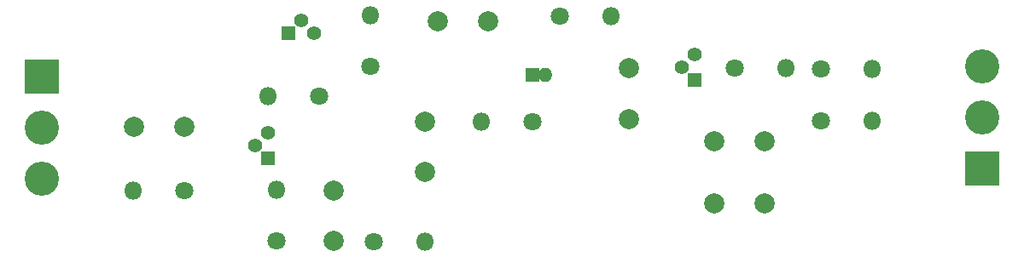
<source format=gbr>
G04 #@! TF.FileFunction,Soldermask,Bot*
%FSLAX46Y46*%
G04 Gerber Fmt 4.6, Leading zero omitted, Abs format (unit mm)*
G04 Created by KiCad (PCBNEW 4.0.6) date 06/17/17 08:19:30*
%MOMM*%
%LPD*%
G01*
G04 APERTURE LIST*
%ADD10C,0.100000*%
%ADD11C,2.000000*%
%ADD12R,3.400000X3.400000*%
%ADD13C,3.400000*%
%ADD14R,1.400000X1.400000*%
%ADD15O,1.400000X1.400000*%
%ADD16C,1.400000*%
%ADD17C,1.800000*%
%ADD18O,1.800000X1.800000*%
G04 APERTURE END LIST*
D10*
D11*
X69316600Y-114147600D03*
X74316600Y-114147600D03*
X98196400Y-113614200D03*
X98196400Y-118614200D03*
X104495600Y-103581200D03*
X99495600Y-103581200D03*
X89179400Y-125446800D03*
X89179400Y-120446800D03*
X126949200Y-115544600D03*
X131949200Y-115544600D03*
X118491000Y-108305600D03*
X118491000Y-113305600D03*
X131927600Y-121716800D03*
X126927600Y-121716800D03*
D12*
X60172600Y-109143800D03*
D13*
X60172600Y-114223800D03*
X60172600Y-119303800D03*
D14*
X108915200Y-108966000D03*
D15*
X110185200Y-108966000D03*
D12*
X153543000Y-118262400D03*
D13*
X153543000Y-113182400D03*
X153543000Y-108102400D03*
D16*
X85979000Y-103530400D03*
X87249000Y-104800400D03*
D14*
X84709000Y-104800400D03*
D16*
X81330800Y-115951000D03*
X82600800Y-114681000D03*
D14*
X82600800Y-117221000D03*
D16*
X123698000Y-108204000D03*
X124968000Y-106934000D03*
D14*
X124968000Y-109474000D03*
D17*
X108915200Y-113588800D03*
D18*
X103835200Y-113588800D03*
D17*
X87731600Y-111023400D03*
D18*
X82651600Y-111023400D03*
D17*
X74320400Y-120421400D03*
D18*
X69240400Y-120421400D03*
D17*
X92760800Y-108077000D03*
D18*
X92760800Y-102997000D03*
D17*
X83464400Y-125425200D03*
D18*
X83464400Y-120345200D03*
D17*
X128955800Y-108305600D03*
D18*
X134035800Y-108305600D03*
D17*
X137515600Y-108331000D03*
D18*
X142595600Y-108331000D03*
D17*
X93141800Y-125552200D03*
D18*
X98221800Y-125552200D03*
D17*
X111633000Y-103124000D03*
D18*
X116713000Y-103124000D03*
D17*
X137515600Y-113538000D03*
D18*
X142595600Y-113538000D03*
M02*

</source>
